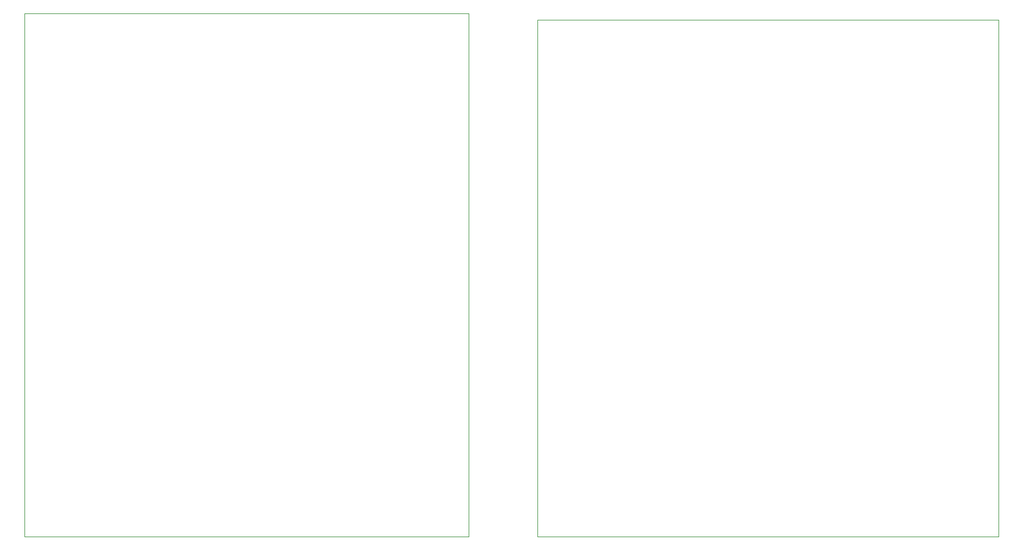
<source format=gbr>
%TF.GenerationSoftware,KiCad,Pcbnew,9.0.6*%
%TF.CreationDate,2026-01-31T12:13:37-08:00*%
%TF.ProjectId,techin514_final_sensor_pcb,74656368-696e-4353-9134-5f66696e616c,rev?*%
%TF.SameCoordinates,Original*%
%TF.FileFunction,Profile,NP*%
%FSLAX46Y46*%
G04 Gerber Fmt 4.6, Leading zero omitted, Abs format (unit mm)*
G04 Created by KiCad (PCBNEW 9.0.6) date 2026-01-31 12:13:37*
%MOMM*%
%LPD*%
G01*
G04 APERTURE LIST*
%TA.AperFunction,Profile*%
%ADD10C,0.050000*%
%TD*%
G04 APERTURE END LIST*
D10*
X50500000Y-44500000D02*
X115000000Y-44500000D01*
X115000000Y-120500000D01*
X50500000Y-120500000D01*
X50500000Y-44500000D01*
X125000000Y-45500000D02*
X192000000Y-45500000D01*
X192000000Y-120500000D01*
X125000000Y-120500000D01*
X125000000Y-45500000D01*
M02*

</source>
